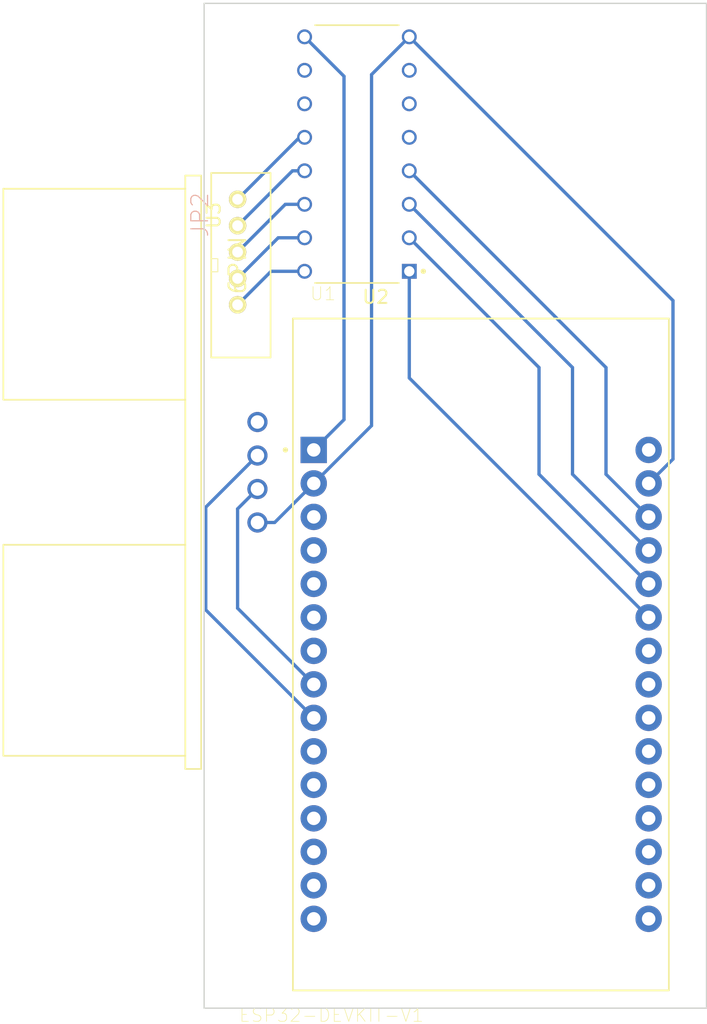
<source format=kicad_pcb>
(kicad_pcb (version 20221018) (generator pcbnew)
  (layers (0 "F.Cu" signal) (31 "B.Cu" signal) (34 "B.Paste" user) (35 "F.Paste" user) (36 "B.SilkS" user "B.Silkscreen") (37 "F.SilkS" user "F.Silkscreen") (38 "B.Mask" user) (39 "F.Mask" user) (44 "Edge.Cuts" user))
  (net 0 "")
  (net 10 "Net-(U1-D27)")
  (net 11 "Net-(U1-D14)")
  (net 12 "Net-(U1-D12)")
  (net 13 "Net-(U1-D13)")
  (net 14 "Net-(U2-GND)")
  (net 27 "Net-(U1-3V3)")
  (net 31 "Net-(U1-D5)")
  (net 32 "Net-(U1-D18)")
  (net 35 "Net-(U2-O5)")
  (net 36 "Net-(U2-O4)")
  (net 37 "Net-(U2-O3)")
  (net 38 "Net-(U2-O2)")
  (net 39 "Net-(U2-O1)")
  (footprint "ESP32-DEVKIT-V1-LEGACY:MODULE_ESP32_DEVKIT_V1" (layer "F.Cu") (at 112.455 105.26)
    (fp_text reference "U1" (at -11.99 -27.36) (layer "F.SilkS") (effects (font (thickness 0.05))))
    (fp_text value "ESP32-DEVKIT-V1" (at -11.355 27.36) (layer "F.SilkS") (effects (font (thickness 0.05))))
    (fp_line (start -14.28 -25.475) (end -3.211 -25.475) (stroke (width 0.127)) (layer "F.SilkS"))
    (fp_line (start -14.28 -25.475) (end 14.23 -25.475) (stroke (width 0.127)) (layer "F.SilkS"))
    (fp_line (start -14.28 25.475) (end -14.28 -25.475) (stroke (width 0.127)) (layer "F.SilkS"))
    (fp_line (start -14.28 25.475) (end -14.28 -25.475) (stroke (width 0.127)) (layer "F.SilkS"))
    (fp_line (start -14.28 25.475) (end -8.91 25.475) (stroke (width 0.127)) (layer "F.SilkS"))
    (fp_line (start -8.91 25.475) (end 8.78 25.475) (stroke (width 0.127)) (layer "F.SilkS"))
    (fp_line (start -3.211 -25.475) (end 3.5 -25.475) (stroke (width 0.127)) (layer "F.SilkS"))
    (fp_line (start 3.5 -25.475) (end 14.23 -25.475) (stroke (width 0.127)) (layer "F.SilkS"))
    (fp_line (start 8.78 25.475) (end 14.23 25.475) (stroke (width 0.127)) (layer "F.SilkS"))
    (fp_line (start 14.23 -25.475) (end 14.23 25.475) (stroke (width 0.127)) (layer "F.SilkS"))
    (fp_line (start 14.23 -25.475) (end 14.23 25.475) (stroke (width 0.127)) (layer "F.SilkS"))
    (fp_line (start 14.23 25.475) (end -14.28 25.475) (stroke (width 0.127)) (layer "F.SilkS"))
    (fp_circle (center -14.85 -15.515) (end -14.75 -15.515) (stroke (width 0.2)) (fill none) (layer "F.SilkS"))
    (pad "" np_thru_hole circle (at -12.28 -23.475) (size 3 3) (drill 3) (layers "*.Cu" "*.Mask"))
    (pad "" np_thru_hole circle (at -12.28 23.475) (size 3 3) (drill 3) (layers "*.Cu" "*.Mask"))
    (pad "" np_thru_hole circle (at 12.23 -23.475) (size 3 3) (drill 3) (layers "*.Cu" "*.Mask"))
    (pad "" np_thru_hole circle (at 12.23 23.475) (size 3 3) (drill 3) (layers "*.Cu" "*.Mask"))
    (pad "1" thru_hole rect (at -12.7 -15.515) (size 2 2) (drill 1.02) (layers "*.Cu" "*.Mask") (net 27 "Net-(U1-3V3)"))
    (pad "2" thru_hole circle (at -12.7 -12.975) (size 2 2) (drill 1.02) (layers "*.Cu" "*.Mask") (net 14 "Net-(U2-GND)"))
    (pad "3" thru_hole circle (at -12.7 -10.435) (size 2 2) (drill 1.02) (layers "*.Cu" "*.Mask"))
    (pad "4" thru_hole circle (at -12.7 -7.895) (size 2 2) (drill 1.02) (layers "*.Cu" "*.Mask"))
    (pad "5" thru_hole circle (at -12.7 -5.355) (size 2 2) (drill 1.02) (layers "*.Cu" "*.Mask"))
    (pad "6" thru_hole circle (at -12.7 -2.815) (size 2 2) (drill 1.02) (layers "*.Cu" "*.Mask"))
    (pad "7" thru_hole circle (at -12.7 -0.275) (size 2 2) (drill 1.02) (layers "*.Cu" "*.Mask"))
    (pad "8" thru_hole circle (at -12.7 2.265) (size 2 2) (drill 1.02) (layers "*.Cu" "*.Mask") (net 31 "Net-(U1-D5)"))
    (pad "9" thru_hole circle (at -12.7 4.805) (size 2 2) (drill 1.02) (layers "*.Cu" "*.Mask") (net 32 "Net-(U1-D18)"))
    (pad "10" thru_hole circle (at -12.7 7.345) (size 2 2) (drill 1.02) (layers "*.Cu" "*.Mask"))
    (pad "11" thru_hole circle (at -12.7 9.885) (size 2 2) (drill 1.02) (layers "*.Cu" "*.Mask"))
    (pad "12" thru_hole circle (at -12.7 12.425) (size 2 2) (drill 1.02) (layers "*.Cu" "*.Mask"))
    (pad "13" thru_hole circle (at -12.7 14.965) (size 2 2) (drill 1.02) (layers "*.Cu" "*.Mask"))
    (pad "14" thru_hole circle (at -12.7 17.505) (size 2 2) (drill 1.02) (layers "*.Cu" "*.Mask"))
    (pad "15" thru_hole circle (at -12.7 20.045) (size 2 2) (drill 1.02) (layers "*.Cu" "*.Mask"))
    (pad "16" thru_hole circle (at 12.7 20.045) (size 2 2) (drill 1.02) (layers "*.Cu" "*.Mask"))
    (pad "17" thru_hole circle (at 12.7 17.505) (size 2 2) (drill 1.02) (layers "*.Cu" "*.Mask"))
    (pad "18" thru_hole circle (at 12.7 14.965) (size 2 2) (drill 1.02) (layers "*.Cu" "*.Mask"))
    (pad "19" thru_hole circle (at 12.7 12.425) (size 2 2) (drill 1.02) (layers "*.Cu" "*.Mask"))
    (pad "20" thru_hole circle (at 12.7 9.885) (size 2 2) (drill 1.02) (layers "*.Cu" "*.Mask"))
    (pad "21" thru_hole circle (at 12.7 7.345) (size 2 2) (drill 1.02) (layers "*.Cu" "*.Mask"))
    (pad "22" thru_hole circle (at 12.7 4.805) (size 2 2) (drill 1.02) (layers "*.Cu" "*.Mask"))
    (pad "23" thru_hole circle (at 12.7 2.265) (size 2 2) (drill 1.02) (layers "*.Cu" "*.Mask"))
    (pad "24" thru_hole circle (at 12.7 -0.275) (size 2 2) (drill 1.02) (layers "*.Cu" "*.Mask"))
    (pad "25" thru_hole circle (at 12.7 -2.815) (size 2 2) (drill 1.02) (layers "*.Cu" "*.Mask") (net 10 "Net-(U1-D27)"))
    (pad "26" thru_hole circle (at 12.7 -5.355) (size 2 2) (drill 1.02) (layers "*.Cu" "*.Mask") (net 11 "Net-(U1-D14)"))
    (pad "27" thru_hole circle (at 12.7 -7.895) (size 2 2) (drill 1.02) (layers "*.Cu" "*.Mask") (net 12 "Net-(U1-D12)"))
    (pad "28" thru_hole circle (at 12.7 -10.435) (size 2 2) (drill 1.02) (layers "*.Cu" "*.Mask") (net 13 "Net-(U1-D13)"))
    (pad "29" thru_hole circle (at 12.7 -12.975) (size 2 2) (drill 1.02) (layers "*.Cu" "*.Mask") (net 14 "Net-(U2-GND)"))
    (pad "30" thru_hole circle (at 12.7 -15.515) (size 2 2) (drill 1.02) (layers "*.Cu" "*.Mask"))
  )
  (footprint "jst_eph:jst_eph-B6B-PH-K-S" (layer "F.Cu") (at 93.98 75.74026 -90)
    (fp_text reference "JP2" (at -3.8227 2.86258 90) (layer "B.SilkS") (effects (font (size 1.27 1.27) (thickness 0.0889))))
    (fp_text value "6PIN" (at 0 0 90) (layer "F.SilkS") (effects (font (size 1.27 1.27))))
    (fp_line (start -6.9977 -2.49936) (end 6.9977 -2.49936) (stroke (width 0.127)) (layer "F.SilkS"))
    (fp_line (start -6.9977 1.99898) (end -6.9977 -2.49936) (stroke (width 0.127)) (layer "F.SilkS"))
    (fp_line (start -6.9977 1.99898) (end 6.9977 1.99898) (stroke (width 0.127)) (layer "F.SilkS"))
    (fp_line (start -0.49784 1.4986) (end 0.49784 1.4986) (stroke (width 0.06604)) (layer "F.SilkS"))
    (fp_line (start -0.49784 1.99898) (end -0.49784 1.4986) (stroke (width 0.06604)) (layer "F.SilkS"))
    (fp_line (start -0.49784 1.99898) (end 0.49784 1.99898) (stroke (width 0.06604)) (layer "F.SilkS"))
    (fp_line (start 0.49784 1.99898) (end 0.49784 1.4986) (stroke (width 0.06604)) (layer "F.SilkS"))
    (fp_line (start 6.9977 1.99898) (end 6.9977 -2.49936) (stroke (width 0.127)) (layer "F.SilkS"))
    (pad "2" thru_hole circle (at 2.99974 0 270) (size 1.3208 1.3208) (drill 0.8128) (layers "F&B.Cu" "F.Paste" "F.SilkS" "F.Mask") (net 39 "Net-(U2-O1)"))
    (pad "3" thru_hole circle (at 0.99822 0 270) (size 1.3208 1.3208) (drill 0.8128) (layers "F&B.Cu" "F.Paste" "F.SilkS" "F.Mask") (net 38 "Net-(U2-O2)"))
    (pad "4" thru_hole circle (at -0.99822 0 270) (size 1.3208 1.3208) (drill 0.8128) (layers "F&B.Cu" "F.Paste" "F.SilkS" "F.Mask") (net 37 "Net-(U2-O3)"))
    (pad "5" thru_hole circle (at -2.99974 0 270) (size 1.3208 1.3208) (drill 0.8128) (layers "F&B.Cu" "F.Paste" "F.SilkS" "F.Mask") (net 36 "Net-(U2-O4)"))
    (pad "6" thru_hole circle (at -4.99872 0 270) (size 1.3208 1.3208) (drill 0.8128) (layers "F&B.Cu" "F.Paste" "F.SilkS" "F.Mask") (net 35 "Net-(U2-O5)"))
  )
  (footprint "HC-SR04:XCVR_HC-SR04" (layer "F.Cu") (at 95.485 91.44 -90)
    (fp_text reference "U3" (at -19.48505 3.31671 90) (layer "F.SilkS") (effects (font (size 1.00052 1.00052))))
    (fp_text value "HC-SR04")
    (fp_line (start -22.5 4.27) (end 22.5 4.27) (stroke (width 0.127)) (layer "F.SilkS"))
    (fp_line (start -22.5 5.47) (end -22.5 4.27) (stroke (width 0.127)) (layer "F.SilkS"))
    (fp_line (start -21.5 5.47) (end -22.5 5.47) (stroke (width 0.127)) (layer "F.SilkS"))
    (fp_line (start -21.5 5.47) (end -21.5 19.27) (stroke (width 0.127)) (layer "F.SilkS"))
    (fp_line (start -21.5 19.27) (end -5.5 19.27) (stroke (width 0.127)) (layer "F.SilkS"))
    (fp_line (start -5.5 5.47) (end -21.5 5.47) (stroke (width 0.127)) (layer "F.SilkS"))
    (fp_line (start -5.5 5.47) (end -5.5 19.27) (stroke (width 0.127)) (layer "F.SilkS"))
    (fp_line (start 5.5 5.47) (end -5.5 5.47) (stroke (width 0.127)) (layer "F.SilkS"))
    (fp_line (start 5.5 5.47) (end 5.5 19.27) (stroke (width 0.127)) (layer "F.SilkS"))
    (fp_line (start 5.5 19.27) (end 21.5 19.27) (stroke (width 0.127)) (layer "F.SilkS"))
    (fp_line (start 21.5 5.47) (end 5.5 5.47) (stroke (width 0.127)) (layer "F.SilkS"))
    (fp_line (start 21.5 5.47) (end 21.5 19.27) (stroke (width 0.127)) (layer "F.SilkS"))
    (fp_line (start 22.5 4.27) (end 22.5 5.47) (stroke (width 0.127)) (layer "F.SilkS"))
    (fp_line (start 22.5 5.47) (end 21.5 5.47) (stroke (width 0.127)) (layer "F.SilkS"))
    (pad "1" thru_hole circle (at -3.81 0 270) (size 1.53 1.53) (drill 1.02) (layers "*.Cu" "*.Mask") (net 27 "Net-(U1-3V3)"))
    (pad "2" thru_hole circle (at -1.27 0 270) (size 1.53 1.53) (drill 1.02) (layers "*.Cu" "*.Mask") (net 32 "Net-(U1-D18)"))
    (pad "3" thru_hole circle (at 1.27 0 270) (size 1.53 1.53) (drill 1.02) (layers "*.Cu" "*.Mask") (net 31 "Net-(U1-D5)"))
    (pad "4" thru_hole circle (at 3.81 0 270) (size 1.53 1.53) (drill 1.02) (layers "*.Cu" "*.Mask") (net 14 "Net-(U2-GND)"))
  )
  (footprint "ULN2003ANE4:DIP794W45P254L1969H508Q16" (layer "F.Cu") (at 103.03 67.31 180)
    (fp_text reference "U2" (at -1.425 -10.835) (layer "F.SilkS"))
    (fp_text value "ULN2003A")
    (fp_line (start -3.175 -9.775) (end 3.175 -9.775) (stroke (width 0.127)) (layer "F.SilkS"))
    (fp_line (start -3.175 9.775) (end 3.175 9.775) (stroke (width 0.127)) (layer "F.SilkS"))
    (fp_circle (center -5.035 -8.89) (end -4.935 -8.89) (stroke (width 0.2)) (fill none) (layer "F.SilkS"))
    (pad "1" thru_hole rect (at -3.97 -8.89 180) (size 1.13 1.13) (drill 0.78) (layers "*.Cu" "*.Mask") (net 10 "Net-(U1-D27)"))
    (pad "2" thru_hole circle (at -3.97 -6.35 180) (size 1.13 1.13) (drill 0.78) (layers "*.Cu" "*.Mask") (net 11 "Net-(U1-D14)"))
    (pad "3" thru_hole circle (at -3.97 -3.81 180) (size 1.13 1.13) (drill 0.78) (layers "*.Cu" "*.Mask") (net 12 "Net-(U1-D12)"))
    (pad "4" thru_hole circle (at -3.97 -1.27 180) (size 1.13 1.13) (drill 0.78) (layers "*.Cu" "*.Mask") (net 13 "Net-(U1-D13)"))
    (pad "5" thru_hole circle (at -3.97 1.27 180) (size 1.13 1.13) (drill 0.78) (layers "*.Cu" "*.Mask"))
    (pad "6" thru_hole circle (at -3.97 3.81 180) (size 1.13 1.13) (drill 0.78) (layers "*.Cu" "*.Mask"))
    (pad "7" thru_hole circle (at -3.97 6.35 180) (size 1.13 1.13) (drill 0.78) (layers "*.Cu" "*.Mask"))
    (pad "8" thru_hole circle (at -3.97 8.89 180) (size 1.13 1.13) (drill 0.78) (layers "*.Cu" "*.Mask") (net 14 "Net-(U2-GND)"))
    (pad "9" thru_hole circle (at 3.97 8.89 180) (size 1.13 1.13) (drill 0.78) (layers "*.Cu" "*.Mask") (net 27 "Net-(U1-3V3)"))
    (pad "10" thru_hole circle (at 3.97 6.35 180) (size 1.13 1.13) (drill 0.78) (layers "*.Cu" "*.Mask"))
    (pad "11" thru_hole circle (at 3.97 3.81 180) (size 1.13 1.13) (drill 0.78) (layers "*.Cu" "*.Mask"))
    (pad "12" thru_hole circle (at 3.97 1.27 180) (size 1.13 1.13) (drill 0.78) (layers "*.Cu" "*.Mask") (net 35 "Net-(U2-O5)"))
    (pad "13" thru_hole circle (at 3.97 -1.27 180) (size 1.13 1.13) (drill 0.78) (layers "*.Cu" "*.Mask") (net 36 "Net-(U2-O4)"))
    (pad "14" thru_hole circle (at 3.97 -3.81 180) (size 1.13 1.13) (drill 0.78) (layers "*.Cu" "*.Mask") (net 37 "Net-(U2-O3)"))
    (pad "15" thru_hole circle (at 3.97 -6.35 180) (size 1.13 1.13) (drill 0.78) (layers "*.Cu" "*.Mask") (net 38 "Net-(U2-O2)"))
    (pad "16" thru_hole circle (at 3.97 -8.89 180) (size 1.13 1.13) (drill 0.78) (layers "*.Cu" "*.Mask") (net 39 "Net-(U2-O1)"))
  )
  (gr_line (start 129.54 132.08) (end 129.54 55.88) (stroke (width 0.1)) (layer "Edge.Cuts"))
  (gr_line (start 91.44 55.88) (end 91.44 132.08) (stroke (width 0.1)) (layer "Edge.Cuts"))
  (gr_line (start 129.54 55.88) (end 91.44 55.88) (stroke (width 0.1)) (layer "Edge.Cuts"))
  (gr_line (start 91.44 132.08) (end 129.54 132.08) (stroke (width 0.1)) (layer "Edge.Cuts"))
  (segment (start 107 84.29) (end 125.155 102.445) (width 0.25) (layer "B.Cu") (net 10))
  (segment (start 107 76.2) (end 107 84.29) (width 0.25) (layer "B.Cu") (net 10))
  (segment (start 116.84 83.5) (end 116.84 91.59) (width 0.25) (layer "B.Cu") (net 11))
  (segment (start 116.84 91.59) (end 125.155 99.905) (width 0.25) (layer "B.Cu") (net 11))
  (segment (start 107 73.66) (end 116.84 83.5) (width 0.25) (layer "B.Cu") (net 11))
  (segment (start 107 71.12) (end 119.38 83.5) (width 0.25) (layer "B.Cu") (net 12))
  (segment (start 119.38 83.5) (end 119.38 91.59) (width 0.25) (layer "B.Cu") (net 12))
  (segment (start 119.38 91.59) (end 125.155 97.365) (width 0.25) (layer "B.Cu") (net 12))
  (segment (start 121.92 91.59) (end 125.155 94.825) (width 0.25) (layer "B.Cu") (net 13))
  (segment (start 121.92 83.5) (end 121.92 91.59) (width 0.25) (layer "B.Cu") (net 13))
  (segment (start 107 68.58) (end 121.92 83.5) (width 0.25) (layer "B.Cu") (net 13))
  (segment (start 96.79 95.25) (end 99.755 92.285) (width 0.25) (layer "B.Cu") (net 14))
  (segment (start 127 90.44) (end 127 78.42) (width 0.25) (layer "B.Cu") (net 14))
  (segment (start 125.155 92.285) (end 127 90.44) (width 0.25) (layer "B.Cu") (net 14))
  (segment (start 95.485 95.25) (end 96.79 95.25) (width 0.25) (layer "B.Cu") (net 14))
  (segment (start 107 58.42) (end 104.14 61.28) (width 0.25) (layer "B.Cu") (net 14))
  (segment (start 104.14 61.28) (end 104.14 87.9) (width 0.25) (layer "B.Cu") (net 14))
  (segment (start 127 78.42) (end 107 58.42) (width 0.25) (layer "B.Cu") (net 14))
  (segment (start 104.14 87.9) (end 99.755 92.285) (width 0.25) (layer "B.Cu") (net 14))
  (segment (start 102.05 61.41) (end 99.06 58.42) (width 0.25) (layer "B.Cu") (net 27))
  (segment (start 102.05 87.45) (end 102.05 61.41) (width 0.25) (layer "B.Cu") (net 27))
  (segment (start 99.755 89.745) (end 102.05 87.45) (width 0.25) (layer "B.Cu") (net 27))
  (segment (start 93.98 101.75) (end 99.755 107.525) (width 0.25) (layer "B.Cu") (net 31))
  (segment (start 93.98 94.215) (end 93.98 101.75) (width 0.25) (layer "B.Cu") (net 31))
  (segment (start 95.485 92.71) (end 93.98 94.215) (width 0.25) (layer "B.Cu") (net 31))
  (segment (start 91.565 94.09) (end 91.565 101.875) (width 0.25) (layer "B.Cu") (net 32))
  (segment (start 95.485 90.17) (end 91.565 94.09) (width 0.25) (layer "B.Cu") (net 32))
  (segment (start 91.565 101.875) (end 99.755 110.065) (width 0.25) (layer "B.Cu") (net 32))
  (segment (start 93.98 70.74154) (end 98.68154 66.04) (width 0.25) (layer "B.Cu") (net 35))
  (segment (start 98.68154 66.04) (end 99.06 66.04) (width 0.25) (layer "B.Cu") (net 35))
  (segment (start 93.98 72.74052) (end 98.14052 68.58) (width 0.25) (layer "B.Cu") (net 36))
  (segment (start 98.14052 68.58) (end 99.06 68.58) (width 0.25) (layer "B.Cu") (net 36))
  (segment (start 97.60204 71.12) (end 99.06 71.12) (width 0.25) (layer "B.Cu") (net 37))
  (segment (start 93.98 74.74204) (end 97.60204 71.12) (width 0.25) (layer "B.Cu") (net 37))
  (segment (start 93.98 76.73848) (end 97.05848 73.66) (width 0.25) (layer "B.Cu") (net 38))
  (segment (start 97.05848 73.66) (end 99.06 73.66) (width 0.25) (layer "B.Cu") (net 38))
  (segment (start 96.52 76.2) (end 99.06 76.2) (width 0.25) (layer "B.Cu") (net 39))
  (segment (start 93.98 78.74) (end 96.52 76.2) (width 0.25) (layer "B.Cu") (net 39))
)
</source>
